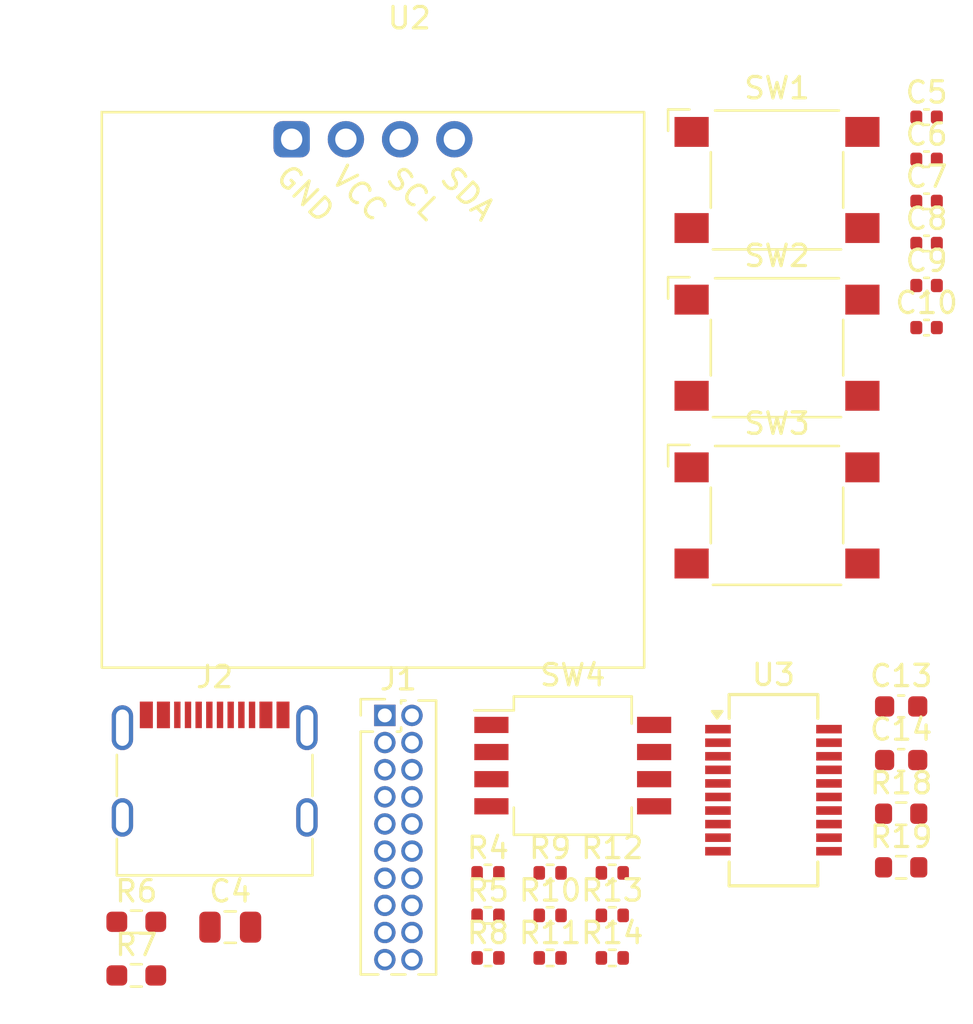
<source format=kicad_pcb>
(kicad_pcb (version 20221018) (generator pcbnew)
  (layers (0 "F.Cu" signal) (31 "B.Cu" signal) (34 "B.Paste" user) (35 "F.Paste" user) (36 "B.SilkS" user "B.Silkscreen") (37 "F.SilkS" user "F.Silkscreen") (38 "B.Mask" user) (39 "F.Mask" user) (44 "Edge.Cuts" user))
  (net 0 "")
  (net 1 "GNDD")
  (net 2 "VBUS")
  (net 3 "+3.3V")
  (net 4 "TactSW0")
  (net 5 "TactSW1")
  (net 6 "TactSW2")
  (net 7 "Net-(U3-3V3OUT)")
  (net 8 "Net-(C13-Pad1)")
  (net 9 "Net-(C14-Pad1)")
  (net 30 "Net-(J2-CC1)")
  (net 32 "Net-(J2-CC2)")
  (net 34 "I2C_SCL")
  (net 35 "I2C_SDA")
  (net 36 "DIPSW0")
  (net 37 "DIPSW1")
  (net 38 "DIPSW2")
  (net 39 "DIPSW3")
  (net 40 "Net-(U3-USBDP)")
  (net 41 "Net-(U3-USBDM)")
  (net 44 "TweWriteRX_TweTX")
  (net 49 "RST_Twe")
  (net 52 "PRG_Twe")
  (net 53 "TweWriteTX_TweRX")
  (footprint "Resistor_SMD:R_0402_1005Metric" (layer "F.Cu") (at 65.825 76.25)
    (fp_text reference "R5" (at 0 -1.17) (layer "F.SilkS"))
    (fp_text value "5.1k")
    (fp_line (start -0.153641 -0.38) (end 0.153641 -0.38) (stroke (width 0.12)) (layer "F.SilkS"))
    (fp_line (start -0.153641 0.38) (end 0.153641 0.38) (stroke (width 0.12)) (layer "F.SilkS"))
    (pad "1" smd roundrect (at -0.51 0) (size 0.54 0.64) (layers "F.Cu" "F.Paste" "F.Mask") (net 1 "GNDD"))
    (pad "2" smd roundrect (at 0.51 0) (size 0.54 0.64) (layers "F.Cu" "F.Paste" "F.Mask") (net 30 "Net-(J2-CC1)"))
  )
  (footprint "Capacitor_SMD:C_0805_2012Metric" (layer "F.Cu") (at 53.755 76.8)
    (fp_text reference "C4" (at 0 -1.68) (layer "F.SilkS"))
    (fp_text value "10uF")
    (fp_line (start -0.261252 -0.735) (end 0.261252 -0.735) (stroke (width 0.12)) (layer "F.SilkS"))
    (fp_line (start -0.261252 0.735) (end 0.261252 0.735) (stroke (width 0.12)) (layer "F.SilkS"))
    (pad "1" smd roundrect (at -0.95 0) (size 1 1.45) (layers "F.Cu" "F.Paste" "F.Mask") (net 1 "GNDD"))
    (pad "2" smd roundrect (at 0.95 0) (size 1 1.45) (layers "F.Cu" "F.Paste" "F.Mask") (net 2 "VBUS"))
  )
  (footprint "Button_Switch_SMD:SW_DIP_SPSTx04_Slide_Copal_CHS-04B_W7.62mm_P1.27mm" (layer "F.Cu") (at 69.795 69.24)
    (fp_text reference "SW4" (at 0 -4.235) (layer "F.SilkS"))
    (fp_text value "SW_DIP_x04")
    (fp_line (start -4.61 -2.585) (end -2.76 -2.585) (stroke (width 0.12)) (layer "F.SilkS"))
    (fp_line (start -2.76 -3.235) (end -2.76 -2.585) (stroke (width 0.12)) (layer "F.SilkS"))
    (fp_line (start -2.76 -3.235) (end 2.76 -3.235) (stroke (width 0.12)) (layer "F.SilkS"))
    (fp_line (start -2.76 1.965) (end -2.76 3.235) (stroke (width 0.12)) (layer "F.SilkS"))
    (fp_line (start -2.76 3.235) (end 2.76 3.235) (stroke (width 0.12)) (layer "F.SilkS"))
    (fp_line (start 2.76 -3.235) (end 2.76 -1.966) (stroke (width 0.12)) (layer "F.SilkS"))
    (fp_line (start 2.76 1.965) (end 2.76 3.235) (stroke (width 0.12)) (layer "F.SilkS"))
    (pad "1" smd rect (at -3.81 -1.905) (size 1.6 0.76) (layers "F.Cu" "F.Paste" "F.Mask") (net 36 "DIPSW0"))
    (pad "2" smd rect (at -3.81 -0.635) (size 1.6 0.76) (layers "F.Cu" "F.Paste" "F.Mask") (net 37 "DIPSW1"))
    (pad "3" smd rect (at -3.81 0.635) (size 1.6 0.76) (layers "F.Cu" "F.Paste" "F.Mask") (net 38 "DIPSW2"))
    (pad "4" smd rect (at -3.81 1.905) (size 1.6 0.76) (layers "F.Cu" "F.Paste" "F.Mask") (net 39 "DIPSW3"))
    (pad "5" smd rect (at 3.81 1.905) (size 1.6 0.76) (layers "F.Cu" "F.Paste" "F.Mask") (net 3 "+3.3V"))
    (pad "6" smd rect (at 3.81 0.635) (size 1.6 0.76) (layers "F.Cu" "F.Paste" "F.Mask") (net 3 "+3.3V"))
    (pad "7" smd rect (at 3.81 -0.635) (size 1.6 0.76) (layers "F.Cu" "F.Paste" "F.Mask") (net 3 "+3.3V"))
    (pad "8" smd rect (at 3.81 -1.905) (size 1.6 0.76) (layers "F.Cu" "F.Paste" "F.Mask") (net 3 "+3.3V"))
  )
  (footprint "Capacitor_SMD:C_0402_1005Metric" (layer "F.Cu") (at 86.365 46.77)
    (fp_text reference "C9" (at 0 -1.16) (layer "F.SilkS"))
    (fp_text value "0.1uF")
    (fp_line (start -0.107836 -0.36) (end 0.107836 -0.36) (stroke (width 0.12)) (layer "F.SilkS"))
    (fp_line (start -0.107836 0.36) (end 0.107836 0.36) (stroke (width 0.12)) (layer "F.SilkS"))
    (pad "1" smd roundrect (at -0.48 0) (size 0.56 0.62) (layers "F.Cu" "F.Paste" "F.Mask") (net 1 "GNDD"))
    (pad "2" smd roundrect (at 0.48 0) (size 0.56 0.62) (layers "F.Cu" "F.Paste" "F.Mask") (net 7 "Net-(U3-3V3OUT)"))
  )
  (footprint "Button_Switch_SMD:SW_SPST_Omron_B3FS-100xP" (layer "F.Cu") (at 79.36 57.53)
    (fp_text reference "SW3" (at 0 -4.3) (layer "F.SilkS"))
    (fp_text value "SW_SPST")
    (fp_line (start -5.1 -3.3) (end -4.1 -3.3) (stroke (width 0.12)) (layer "F.SilkS"))
    (fp_line (start -5.1 -2.3) (end -5.1 -3.3) (stroke (width 0.12)) (layer "F.SilkS"))
    (fp_line (start -3.1 -1.3) (end -3.1 1.3) (stroke (width 0.12)) (layer "F.SilkS"))
    (fp_line (start 2.9 -3.25) (end -2.9 -3.25) (stroke (width 0.12)) (layer "F.SilkS"))
    (fp_line (start 3 3.25) (end -3 3.25) (stroke (width 0.12)) (layer "F.SilkS"))
    (fp_line (start 3.1 -1.3) (end 3.1 1.3) (stroke (width 0.12)) (layer "F.SilkS"))
    (pad "1" smd rect (at -4 -2.25 180) (size 1.6 1.4) (layers "F.Cu" "F.Paste" "F.Mask") (net 6 "TactSW2"))
    (pad "1" smd rect (at 4 -2.25 180) (size 1.6 1.4) (layers "F.Cu" "F.Paste" "F.Mask") (net 6 "TactSW2"))
    (pad "2" smd rect (at -4 2.25 180) (size 1.6 1.4) (layers "F.Cu" "F.Paste" "F.Mask") (net 3 "+3.3V"))
    (pad "2" smd rect (at 4 2.25 180) (size 1.6 1.4) (layers "F.Cu" "F.Paste" "F.Mask") (net 3 "+3.3V"))
  )
  (footprint "Capacitor_SMD:C_0402_1005Metric" (layer "F.Cu") (at 86.365 40.86)
    (fp_text reference "C6" (at 0 -1.16) (layer "F.SilkS"))
    (fp_text value "0.1uF")
    (fp_line (start -0.107836 -0.36) (end 0.107836 -0.36) (stroke (width 0.12)) (layer "F.SilkS"))
    (fp_line (start -0.107836 0.36) (end 0.107836 0.36) (stroke (width 0.12)) (layer "F.SilkS"))
    (pad "1" smd roundrect (at -0.48 0) (size 0.56 0.62) (layers "F.Cu" "F.Paste" "F.Mask") (net 3 "+3.3V"))
    (pad "2" smd roundrect (at 0.48 0) (size 0.56 0.62) (layers "F.Cu" "F.Paste" "F.Mask") (net 5 "TactSW1"))
  )
  (footprint "Resistor_SMD:R_0402_1005Metric" (layer "F.Cu") (at 71.645 78.24)
    (fp_text reference "R14" (at 0 -1.17) (layer "F.SilkS"))
    (fp_text value "10k")
    (fp_line (start -0.153641 -0.38) (end 0.153641 -0.38) (stroke (width 0.12)) (layer "F.SilkS"))
    (fp_line (start -0.153641 0.38) (end 0.153641 0.38) (stroke (width 0.12)) (layer "F.SilkS"))
    (pad "1" smd roundrect (at -0.51 0) (size 0.54 0.64) (layers "F.Cu" "F.Paste" "F.Mask") (net 6 "TactSW2"))
    (pad "2" smd roundrect (at 0.51 0) (size 0.54 0.64) (layers "F.Cu" "F.Paste" "F.Mask") (net 1 "GNDD"))
  )
  (footprint "Button_Switch_SMD:SW_SPST_Omron_B3FS-100xP" (layer "F.Cu") (at 79.36 49.68)
    (fp_text reference "SW2" (at 0 -4.3) (layer "F.SilkS"))
    (fp_text value "SW_SPST")
    (fp_line (start -5.1 -3.3) (end -4.1 -3.3) (stroke (width 0.12)) (layer "F.SilkS"))
    (fp_line (start -5.1 -2.3) (end -5.1 -3.3) (stroke (width 0.12)) (layer "F.SilkS"))
    (fp_line (start -3.1 -1.3) (end -3.1 1.3) (stroke (width 0.12)) (layer "F.SilkS"))
    (fp_line (start 2.9 -3.25) (end -2.9 -3.25) (stroke (width 0.12)) (layer "F.SilkS"))
    (fp_line (start 3 3.25) (end -3 3.25) (stroke (width 0.12)) (layer "F.SilkS"))
    (fp_line (start 3.1 -1.3) (end 3.1 1.3) (stroke (width 0.12)) (layer "F.SilkS"))
    (pad "1" smd rect (at -4 -2.25 180) (size 1.6 1.4) (layers "F.Cu" "F.Paste" "F.Mask") (net 5 "TactSW1"))
    (pad "1" smd rect (at 4 -2.25 180) (size 1.6 1.4) (layers "F.Cu" "F.Paste" "F.Mask") (net 5 "TactSW1"))
    (pad "2" smd rect (at -4 2.25 180) (size 1.6 1.4) (layers "F.Cu" "F.Paste" "F.Mask") (net 3 "+3.3V"))
    (pad "2" smd rect (at 4 2.25 180) (size 1.6 1.4) (layers "F.Cu" "F.Paste" "F.Mask") (net 3 "+3.3V"))
  )
  (footprint "Capacitor_SMD:C_0402_1005Metric" (layer "F.Cu") (at 86.365 42.83)
    (fp_text reference "C7" (at 0 -1.16) (layer "F.SilkS"))
    (fp_text value "0.1uF")
    (fp_line (start -0.107836 -0.36) (end 0.107836 -0.36) (stroke (width 0.12)) (layer "F.SilkS"))
    (fp_line (start -0.107836 0.36) (end 0.107836 0.36) (stroke (width 0.12)) (layer "F.SilkS"))
    (pad "1" smd roundrect (at -0.48 0) (size 0.56 0.62) (layers "F.Cu" "F.Paste" "F.Mask") (net 3 "+3.3V"))
    (pad "2" smd roundrect (at 0.48 0) (size 0.56 0.62) (layers "F.Cu" "F.Paste" "F.Mask") (net 1 "GNDD"))
  )
  (footprint "Button_Switch_SMD:SW_SPST_Omron_B3FS-100xP" (layer "F.Cu") (at 79.36 41.83)
    (fp_text reference "SW1" (at 0 -4.3) (layer "F.SilkS"))
    (fp_text value "SW_SPST")
    (fp_line (start -5.1 -3.3) (end -4.1 -3.3) (stroke (width 0.12)) (layer "F.SilkS"))
    (fp_line (start -5.1 -2.3) (end -5.1 -3.3) (stroke (width 0.12)) (layer "F.SilkS"))
    (fp_line (start -3.1 -1.3) (end -3.1 1.3) (stroke (width 0.12)) (layer "F.SilkS"))
    (fp_line (start 2.9 -3.25) (end -2.9 -3.25) (stroke (width 0.12)) (layer "F.SilkS"))
    (fp_line (start 3 3.25) (end -3 3.25) (stroke (width 0.12)) (layer "F.SilkS"))
    (fp_line (start 3.1 -1.3) (end 3.1 1.3) (stroke (width 0.12)) (layer "F.SilkS"))
    (pad "1" smd rect (at -4 -2.25 180) (size 1.6 1.4) (layers "F.Cu" "F.Paste" "F.Mask") (net 4 "TactSW0"))
    (pad "1" smd rect (at 4 -2.25 180) (size 1.6 1.4) (layers "F.Cu" "F.Paste" "F.Mask") (net 4 "TactSW0"))
    (pad "2" smd rect (at -4 2.25 180) (size 1.6 1.4) (layers "F.Cu" "F.Paste" "F.Mask") (net 3 "+3.3V"))
    (pad "2" smd rect (at 4 2.25 180) (size 1.6 1.4) (layers "F.Cu" "F.Paste" "F.Mask") (net 3 "+3.3V"))
  )
  (footprint "Capacitor_SMD:C_0603_1608Metric" (layer "F.Cu") (at 85.175 68.98)
    (fp_text reference "C14" (at 0 -1.43) (layer "F.SilkS"))
    (fp_text value "47pF")
    (fp_line (start -0.14058 -0.51) (end 0.14058 -0.51) (stroke (width 0.12)) (layer "F.SilkS"))
    (fp_line (start -0.14058 0.51) (end 0.14058 0.51) (stroke (width 0.12)) (layer "F.SilkS"))
    (pad "1" smd roundrect (at -0.775 0) (size 0.9 0.95) (layers "F.Cu" "F.Paste" "F.Mask") (net 9 "Net-(C14-Pad1)"))
    (pad "2" smd roundrect (at 0.775 0) (size 0.9 0.95) (layers "F.Cu" "F.Paste" "F.Mask") (net 1 "GNDD"))
  )
  (footprint "Package_SO:SSOP-20_3.9x8.7mm_P0.635mm" (layer "F.Cu") (at 79.195 70.39)
    (fp_text reference "U3" (at 0 -5.4) (layer "F.SilkS"))
    (fp_text value "FT231XS")
    (fp_line (start -2.075 -4.475) (end 2.075 -4.475) (stroke (width 0.15)) (layer "F.SilkS"))
    (fp_line (start -2.075 -3.365) (end -2.075 -4.475) (stroke (width 0.15)) (layer "F.SilkS"))
    (fp_line (start -2.075 4.475) (end -2.075 3.365) (stroke (width 0.15)) (layer "F.SilkS"))
    (fp_line (start -2.075 4.475) (end 2.075 4.475) (stroke (width 0.15)) (layer "F.SilkS"))
    (fp_line (start 2.075 -4.475) (end 2.075 -3.365) (stroke (width 0.15)) (layer "F.SilkS"))
    (fp_line (start 2.075 4.475) (end 2.075 3.365) (stroke (width 0.15)) (layer "F.SilkS"))
    (fp_poly (pts (xy -2.6375 -3.365) (xy -2.8775 -3.695) (xy -2.3975 -3.695) (xy -2.6375 -3.365)) (stroke (width 0.12)) (fill solid) (layer "F.SilkS"))
    (pad "1" smd rect (at -2.6 -2.8575) (size 1.2 0.4) (layers "F.Cu" "F.Paste" "F.Mask"))
    (pad "2" smd rect (at -2.6 -2.2225) (size 1.2 0.4) (layers "F.Cu" "F.Paste" "F.Mask"))
    (pad "3" smd rect (at -2.6 -1.5875) (size 1.2 0.4) (layers "F.Cu" "F.Paste" "F.Mask") (net 7 "Net-(U3-3V3OUT)"))
    (pad "4" smd rect (at -2.6 -0.9525) (size 1.2 0.4) (layers "F.Cu" "F.Paste" "F.Mask") (net 44 "TweWriteRX_TweTX"))
    (pad "5" smd rect (at -2.6 -0.3175) (size 1.2 0.4) (layers "F.Cu" "F.Paste" "F.Mask"))
    (pad "6" smd rect (at -2.6 0.3175) (size 1.2 0.4) (layers "F.Cu" "F.Paste" "F.Mask") (net 1 "GNDD"))
    (pad "7" smd rect (at -2.6 0.9525) (size 1.2 0.4) (layers "F.Cu" "F.Paste" "F.Mask"))
    (pad "8" smd rect (at -2.6 1.5875) (size 1.2 0.4) (layers "F.Cu" "F.Paste" "F.Mask"))
    (pad "9" smd rect (at -2.6 2.2225) (size 1.2 0.4) (layers "F.Cu" "F.Paste" "F.Mask"))
    (pad "10" smd rect (at -2.6 2.8575) (size 1.2 0.4) (layers "F.Cu" "F.Paste" "F.Mask") (net 49 "RST_Twe"))
    (pad "11" smd rect (at 2.6 2.8575) (size 1.2 0.4) (layers "F.Cu" "F.Paste" "F.Mask") (net 40 "Net-(U3-USBDP)"))
    (pad "12" smd rect (at 2.6 2.2225) (size 1.2 0.4) (layers "F.Cu" "F.Paste" "F.Mask") (net 41 "Net-(U3-USBDM)"))
    (pad "13" smd rect (at 2.6 1.5875) (size 1.2 0.4) (layers "F.Cu" "F.Paste" "F.Mask") (net 7 "Net-(U3-3V3OUT)"))
    (pad "14" smd rect (at 2.6 0.9525) (size 1.2 0.4) (layers "F.Cu" "F.Paste" "F.Mask") (net 7 "Net-(U3-3V3OUT)"))
    (pad "15" smd rect (at 2.6 0.3175) (size 1.2 0.4) (layers "F.Cu" "F.Paste" "F.Mask") (net 2 "VBUS"))
    (pad "16" smd rect (at 2.6 -0.3175) (size 1.2 0.4) (layers "F.Cu" "F.Paste" "F.Mask") (net 1 "GNDD"))
    (pad "17" smd rect (at 2.6 -0.9525) (size 1.2 0.4) (layers "F.Cu" "F.Paste" "F.Mask"))
    (pad "18" smd rect (at 2.6 -1.5875) (size 1.2 0.4) (layers "F.Cu" "F.Paste" "F.Mask"))
    (pad "19" smd rect (at 2.6 -2.2225) (size 1.2 0.4) (layers "F.Cu" "F.Paste" "F.Mask") (net 52 "PRG_Twe"))
    (pad "20" smd rect (at 2.6 -2.8575) (size 1.2 0.4) (layers "F.Cu" "F.Paste" "F.Mask") (net 53 "TweWriteTX_TweRX"))
  )
  (footprint "Resistor_SMD:R_0402_1005Metric" (layer "F.Cu") (at 68.735 74.26)
    (fp_text reference "R9" (at 0 -1.17) (layer "F.SilkS"))
    (fp_text value "10k")
    (fp_line (start -0.153641 -0.38) (end 0.153641 -0.38) (stroke (width 0.12)) (layer "F.SilkS"))
    (fp_line (start -0.153641 0.38) (end 0.153641 0.38) (stroke (width 0.12)) (layer "F.SilkS"))
    (pad "1" smd roundrect (at -0.51 0) (size 0.54 0.64) (layers "F.Cu" "F.Paste" "F.Mask") (net 1 "GNDD"))
    (pad "2" smd roundrect (at 0.51 0) (size 0.54 0.64) (layers "F.Cu" "F.Paste" "F.Mask") (net 37 "DIPSW1"))
  )
  (footprint "Resistor_SMD:R_0402_1005Metric" (layer "F.Cu") (at 68.735 76.25)
    (fp_text reference "R10" (at 0 -1.17) (layer "F.SilkS"))
    (fp_text value "10k")
    (fp_line (start -0.153641 -0.38) (end 0.153641 -0.38) (stroke (width 0.12)) (layer "F.SilkS"))
    (fp_line (start -0.153641 0.38) (end 0.153641 0.38) (stroke (width 0.12)) (layer "F.SilkS"))
    (pad "1" smd roundrect (at -0.51 0) (size 0.54 0.64) (layers "F.Cu" "F.Paste" "F.Mask") (net 1 "GNDD"))
    (pad "2" smd roundrect (at 0.51 0) (size 0.54 0.64) (layers "F.Cu" "F.Paste" "F.Mask") (net 38 "DIPSW2"))
  )
  (footprint "Resistor_SMD:R_0402_1005Metric" (layer "F.Cu") (at 65.825 78.24)
    (fp_text reference "R8" (at 0 -1.17) (layer "F.SilkS"))
    (fp_text value "10k")
    (fp_line (start -0.153641 -0.38) (end 0.153641 -0.38) (stroke (width 0.12)) (layer "F.SilkS"))
    (fp_line (start -0.153641 0.38) (end 0.153641 0.38) (stroke (width 0.12)) (layer "F.SilkS"))
    (pad "1" smd roundrect (at -0.51 0) (size 0.54 0.64) (layers "F.Cu" "F.Paste" "F.Mask") (net 1 "GNDD"))
    (pad "2" smd roundrect (at 0.51 0) (size 0.54 0.64) (layers "F.Cu" "F.Paste" "F.Mask") (net 36 "DIPSW0"))
  )
  (footprint "Resistor_SMD:R_0402_1005Metric" (layer "F.Cu") (at 71.645 74.26)
    (fp_text reference "R12" (at 0 -1.17) (layer "F.SilkS"))
    (fp_text value "10k")
    (fp_line (start -0.153641 -0.38) (end 0.153641 -0.38) (stroke (width 0.12)) (layer "F.SilkS"))
    (fp_line (start -0.153641 0.38) (end 0.153641 0.38) (stroke (width 0.12)) (layer "F.SilkS"))
    (pad "1" smd roundrect (at -0.51 0) (size 0.54 0.64) (layers "F.Cu" "F.Paste" "F.Mask") (net 4 "TactSW0"))
    (pad "2" smd roundrect (at 0.51 0) (size 0.54 0.64) (layers "F.Cu" "F.Paste" "F.Mask") (net 1 "GNDD"))
  )
  (footprint "Resistor_SMD:R_0402_1005Metric" (layer "F.Cu") (at 65.825 74.26)
    (fp_text reference "R4" (at 0 -1.17) (layer "F.SilkS"))
    (fp_text value "5.1k")
    (fp_line (start -0.153641 -0.38) (end 0.153641 -0.38) (stroke (width 0.12)) (layer "F.SilkS"))
    (fp_line (start -0.153641 0.38) (end 0.153641 0.38) (stroke (width 0.12)) (layer "F.SilkS"))
    (pad "1" smd roundrect (at -0.51 0) (size 0.54 0.64) (layers "F.Cu" "F.Paste" "F.Mask") (net 1 "GNDD"))
    (pad "2" smd roundrect (at 0.51 0) (size 0.54 0.64) (layers "F.Cu" "F.Paste" "F.Mask") (net 32 "Net-(J2-CC2)"))
  )
  (footprint "Resistor_SMD:R_0402_1005Metric" (layer "F.Cu") (at 71.645 76.25)
    (fp_text reference "R13" (at 0 -1.17) (layer "F.SilkS"))
    (fp_text value "10k")
    (fp_line (start -0.153641 -0.38) (end 0.153641 -0.38) (stroke (width 0.12)) (layer "F.SilkS"))
    (fp_line (start -0.153641 0.38) (end 0.153641 0.38) (stroke (width 0.12)) (layer "F.SilkS"))
    (pad "1" smd roundrect (at -0.51 0) (size 0.54 0.64) (layers "F.Cu" "F.Paste" "F.Mask") (net 5 "TactSW1"))
    (pad "2" smd roundrect (at 0.51 0) (size 0.54 0.64) (layers "F.Cu" "F.Paste" "F.Mask") (net 1 "GNDD"))
  )
  (footprint "Capacitor_SMD:C_0402_1005Metric" (layer "F.Cu") (at 86.365 38.89)
    (fp_text reference "C5" (at 0 -1.16) (layer "F.SilkS"))
    (fp_text value "0.1uF")
    (fp_line (start -0.107836 -0.36) (end 0.107836 -0.36) (stroke (width 0.12)) (layer "F.SilkS"))
    (fp_line (start -0.107836 0.36) (end 0.107836 0.36) (stroke (width 0.12)) (layer "F.SilkS"))
    (pad "1" smd roundrect (at -0.48 0) (size 0.56 0.62) (layers "F.Cu" "F.Paste" "F.Mask") (net 3 "+3.3V"))
    (pad "2" smd roundrect (at 0.48 0) (size 0.56 0.62) (layers "F.Cu" "F.Paste" "F.Mask") (net 4 "TactSW0"))
  )
  (footprint "TomoshibiLibrary:Display_Aktk_128x68OLED_White" (layer "F.Cu") (at 60.44 38.655)
    (fp_text reference "U2" (at 1.7 -4.4 unlocked) (layer "F.SilkS"))
    (fp_text value "Display_Akzk_128x68OLED")
    (fp_text user "VCC" (at -0.635 3.81 -45 unlocked) (layer "F.SilkS"))
    (fp_text user "SCL" (at 1.905 3.81 -45 unlocked) (layer "F.SilkS"))
    (fp_text user "SDA" (at 4.445 3.81 -45 unlocked) (layer "F.SilkS"))
    (fp_text user "GND" (at -3.175 3.81 315 unlocked) (layer "F.SilkS"))
    (fp_rect (start -12.7 0) (end 12.7 26) (stroke (width 0.12)) (fill none) (layer "F.SilkS"))
    (pad "1" thru_hole roundrect (at -3.81 1.27) (size 1.7 1.7) (drill 1) (layers "*.Cu" "*.Mask") (net 1 "GNDD"))
    (pad "2" thru_hole circle (at -1.27 1.27) (size 1.7 1.7) (drill 1) (layers "*.Cu" "*.Mask") (net 3 "+3.3V"))
    (pad "3" thru_hole circle (at 1.27 1.27) (size 1.7 1.7) (drill 1) (layers "*.Cu" "*.Mask") (net 34 "I2C_SCL"))
    (pad "4" thru_hole circle (at 3.81 1.27) (size 1.7 1.7) (drill 1) (layers "*.Cu" "*.Mask") (net 35 "I2C_SDA"))
  )
  (footprint "Capacitor_SMD:C_0402_1005Metric" (layer "F.Cu") (at 86.365 44.8)
    (fp_text reference "C8" (at 0 -1.16) (layer "F.SilkS"))
    (fp_text value "0.1uF")
    (fp_line (start -0.107836 -0.36) (end 0.107836 -0.36) (stroke (width 0.12)) (layer "F.SilkS"))
    (fp_line (start -0.107836 0.36) (end 0.107836 0.36) (stroke (width 0.12)) (layer "F.SilkS"))
    (pad "1" smd roundrect (at -0.48 0) (size 0.56 0.62) (layers "F.Cu" "F.Paste" "F.Mask") (net 3 "+3.3V"))
    (pad "2" smd roundrect (at 0.48 0) (size 0.56 0.62) (layers "F.Cu" "F.Paste" "F.Mask") (net 6 "TactSW2"))
  )
  (footprint "Resistor_SMD:R_0603_1608Metric_Pad0.98x0.95mm_HandSolder" (layer "F.Cu") (at 49.355 76.55)
    (fp_text reference "R6" (at 0 -1.43) (layer "F.SilkS"))
    (fp_text value "PullUP")
    (fp_line (start -0.254724 -0.5225) (end 0.254724 -0.5225) (stroke (width 0.12)) (layer "F.SilkS"))
    (fp_line (start -0.254724 0.5225) (end 0.254724 0.5225) (stroke (width 0.12)) (layer "F.SilkS"))
    (pad "1" smd roundrect (at -0.9125 0) (size 0.975 0.95) (layers "F.Cu" "F.Paste" "F.Mask") (net 3 "+3.3V"))
    (pad "2" smd roundrect (at 0.9125 0) (size 0.975 0.95) (layers "F.Cu" "F.Paste" "F.Mask") (net 34 "I2C_SCL"))
  )
  (footprint "Capacitor_SMD:C_0603_1608Metric" (layer "F.Cu") (at 85.175 66.47)
    (fp_text reference "C13" (at 0 -1.43) (layer "F.SilkS"))
    (fp_text value "47pF")
    (fp_line (start -0.14058 -0.51) (end 0.14058 -0.51) (stroke (width 0.12)) (layer "F.SilkS"))
    (fp_line (start -0.14058 0.51) (end 0.14058 0.51) (stroke (width 0.12)) (layer "F.SilkS"))
    (pad "1" smd roundrect (at -0.775 0) (size 0.9 0.95) (layers "F.Cu" "F.Paste" "F.Mask") (net 8 "Net-(C13-Pad1)"))
    (pad "2" smd roundrect (at 0.775 0) (size 0.9 0.95) (layers "F.Cu" "F.Paste" "F.Mask") (net 1 "GNDD"))
  )
  (footprint "Resistor_SMD:R_0603_1608Metric_Pad0.98x0.95mm_HandSolder" (layer "F.Cu") (at 49.355 79.06)
    (fp_text reference "R7" (at 0 -1.43) (layer "F.SilkS"))
    (fp_text value "PullUP")
    (fp_line (start -0.254724 -0.5225) (end 0.254724 -0.5225) (stroke (width 0.12)) (layer "F.SilkS"))
    (fp_line (start -0.254724 0.5225) (end 0.254724 0.5225) (stroke (width 0.12)) (layer "F.SilkS"))
    (pad "1" smd roundrect (at -0.9125 0) (size 0.975 0.95) (layers "F.Cu" "F.Paste" "F.Mask") (net 3 "+3.3V"))
    (pad "2" smd roundrect (at 0.9125 0) (size 0.975 0.95) (layers "F.Cu" "F.Paste" "F.Mask") (net 35 "I2C_SDA"))
  )
  (footprint "Capacitor_SMD:C_0402_1005Metric" (layer "F.Cu") (at 86.365 48.74)
    (fp_text reference "C10" (at 0 -1.16) (layer "F.SilkS"))
    (fp_text value "0.1uF")
    (fp_line (start -0.107836 -0.36) (end 0.107836 -0.36) (stroke (width 0.12)) (layer "F.SilkS"))
    (fp_line (start -0.107836 0.36) (end 0.107836 0.36) (stroke (width 0.12)) (layer "F.SilkS"))
    (pad "1" smd roundrect (at -0.48 0) (size 0.56 0.62) (layers "F.Cu" "F.Paste" "F.Mask") (net 2 "VBUS"))
    (pad "2" smd roundrect (at 0.48 0) (size 0.56 0.62) (layers "F.Cu" "F.Paste" "F.Mask") (net 1 "GNDD"))
  )
  (footprint "Resistor_SMD:R_0402_1005Metric" (layer "F.Cu") (at 68.735 78.24)
    (fp_text reference "R11" (at 0 -1.17) (layer "F.SilkS"))
    (fp_text value "10k")
    (fp_line (start -0.153641 -0.38) (end 0.153641 -0.38) (stroke (width 0.12)) (layer "F.SilkS"))
    (fp_line (start -0.153641 0.38) (end 0.153641 0.38) (stroke (width 0.12)) (layer "F.SilkS"))
    (pad "1" smd roundrect (at -0.51 0) (size 0.54 0.64) (layers "F.Cu" "F.Paste" "F.Mask") (net 1 "GNDD"))
    (pad "2" smd roundrect (at 0.51 0) (size 0.54 0.64) (layers "F.Cu" "F.Paste" "F.Mask") (net 39 "DIPSW3"))
  )
  (footprint "Connector_USB:USB_C_Receptacle_G-Switch_GT-USB-7010ASV" (layer "F.Cu") (at 53.025 70.59)
    (fp_text reference "J2" (at 0 -5.5) (layer "F.SilkS"))
    (fp_text value "USB_C_Receptacle_USB2.0")
    (fp_line (start -4.58 -1.85) (end -4.58 0.07) (stroke (width 0.12)) (layer "F.SilkS"))
    (fp_line (start -4.58 3.785) (end -4.58 2.08) (stroke (width 0.12)) (layer "F.SilkS"))
    (fp_line (start 4.58 0.07) (end 4.58 -1.85) (stroke (width 0.12)) (layer "F.SilkS"))
    (fp_line (start 4.58 2.08) (end 4.58 3.785) (stroke (width 0.12)) (layer "F.SilkS"))
    (fp_line (start 4.58 3.785) (end -4.58 3.785) (stroke (width 0.12)) (layer "F.SilkS"))
    (pad "" np_thru_hole circle (at -2.89 -2.605) (size 0.65 0.65) (drill 0.65) (layers "*.Cu" "*.Mask"))
    (pad "" np_thru_hole circle (at 2.89 -2.605) (size 0.65 0.65) (drill 0.65) (layers "*.Cu" "*.Mask"))
    (pad "A1" smd rect (at -3.2 -3.725) (size 0.6 1.24) (layers "F.Cu" "F.Paste" "F.Mask") (net 1 "GNDD"))
    (pad "A4" smd rect (at -2.4 -3.725) (size 0.6 1.24) (layers "F.Cu" "F.Paste" "F.Mask") (net 2 "VBUS"))
    (pad "A5" smd rect (at -1.25 -3.725) (size 0.3 1.24) (layers "F.Cu" "F.Paste" "F.Mask") (net 30 "Net-(J2-CC1)"))
    (pad "A6" smd rect (at -0.25 -3.725) (size 0.3 1.24) (layers "F.Cu" "F.Paste" "F.Mask") (net 9 "Net-(C14-Pad1)"))
    (pad "A7" smd rect (at 0.25 -3.725) (size 0.3 1.24) (layers "F.Cu" "F.Paste" "F.Mask") (net 8 "Net-(C13-Pad1)"))
    (pad "A8" smd rect (at 1.25 -3.725) (size 0.3 1.24) (layers "F.Cu" "F.Paste" "F.Mask"))
    (pad "A9" smd rect (at 2.4 -3.725) (size 0.6 1.24) (layers "F.Cu" "F.Paste" "F.Mask") (net 2 "VBUS"))
    (pad "A12" smd rect (at 3.2 -3.725) (size 0.6 1.24) (layers "F.Cu" "F.Paste" "F.Mask") (net 1 "GNDD"))
    (pad "B1" smd rect (at 3.2 -3.725) (size 0.6 1.24) (layers "F.Cu" "F.Paste" "F.Mask") (net 1 "GNDD"))
    (pad "B4" smd rect (at 2.4 -3.725) (size 0.6 1.24) (layers "F.Cu" "F.Paste" "F.Mask") (net 2 "VBUS"))
    (pad "B5" smd rect (at 1.75 -3.725) (size 0.3 1.24) (layers "F.Cu" "F.Paste" "F.Mask") (net 32 "Net-(J2-CC2)"))
    (pad "B6" smd rect (at 0.75 -3.725) (size 0.3 1.24) (layers "F.Cu" "F.Paste" "F.Mask") (net 9 "Net-(C14-Pad1)"))
    (pad "B7" smd rect (at -0.75 -3.725) (size 0.3 1.24) (layers "F.Cu" "F.Paste" "F.Mask") (net 8 "Net-(C13-Pad1)"))
    (pad "B8" smd rect (at -1.75 -3.725) (size 0.3 1.24) (layers "F.Cu" "F.Paste" "F.Mask"))
    (pad "B9" smd rect (at -2.4 -3.725) (size 0.6 1.24) (layers "F.Cu" "F.Paste" "F.Mask") (net 2 "VBUS"))
    (pad "B12" smd rect (at -3.2 -3.725) (size 0.6 1.24) (layers "F.Cu" "F.Paste" "F.Mask") (net 1 "GNDD"))
    (pad "S1" thru_hole oval (at -4.32 -3.125) (size 1 2.1) (drill oval 0.6 1.7) (layers "*.Cu" "*.Mask") (net 1 "GNDD"))
    (pad "S1" thru_hole oval (at -4.32 1.075) (size 1 1.8) (drill oval 0.6 1.4) (layers "*.Cu" "*.Mask") (net 1 "GNDD"))
    (pad "S1" thru_hole oval (at 4.32 -3.125) (size 1 2.1) (drill oval 0.6 1.7) (layers "*.Cu" "*.Mask") (net 1 "GNDD"))
    (pad "S1" thru_hole oval (at 4.32 1.075) (size 1 1.8) (drill oval 0.6 1.4) (layers "*.Cu" "*.Mask") (net 1 "GNDD"))
  )
  (footprint "Connector_PinHeader_1.27mm:PinHeader_2x10_P1.27mm_Vertical" (layer "F.Cu") (at 60.995 66.89)
    (fp_text reference "J1" (at 0.635 -1.695) (layer "F.SilkS"))
    (fp_text value "Conn_02x10_Odd_Even")
    (fp_line (start -1.13 -0.76) (end 0 -0.76) (stroke (width 0.12)) (layer "F.SilkS"))
    (fp_line (start -1.13 0) (end -1.13 -0.76) (stroke (width 0.12)) (layer "F.SilkS"))
    (fp_line (start -1.13 0.76) (end -1.13 12.125) (stroke (width 0.12)) (layer "F.SilkS"))
    (fp_line (start -1.13 0.76) (end -0.563471 0.76) (stroke (width 0.12)) (layer "F.SilkS"))
    (fp_line (start -1.13 12.125) (end -0.30753 12.125) (stroke (width 0.12)) (layer "F.SilkS"))
    (fp_line (start 0.30753 12.125) (end 0.96247 12.125) (stroke (width 0.12)) (layer "F.SilkS"))
    (fp_line (start 0.563471 0.76) (end 0.706529 0.76) (stroke (width 0.12)) (layer "F.SilkS"))
    (fp_line (start 0.76 -0.695) (end 0.96247 -0.695) (stroke (width 0.12)) (layer "F.SilkS"))
    (fp_line (start 0.76 -0.563471) (end 0.76 -0.695) (stroke (width 0.12)) (layer "F.SilkS"))
    (fp_line (start 0.76 0.706529) (end 0.76 0.563471) (stroke (width 0.12)) (layer "F.SilkS"))
    (fp_line (start 1.57753 -0.695) (end 2.4 -0.695) (stroke (width 0.12)) (layer "F.SilkS"))
    (fp_line (start 1.57753 12.125) (end 2.4 12.125) (stroke (width 0.12)) (layer "F.SilkS"))
    (fp_line (start 2.4 -0.695) (end 2.4 12.125) (stroke (width 0.12)) (layer "F.SilkS"))
    (pad "1" thru_hole rect (at 0 0) (size 1 1) (drill 0.65) (layers "*.Cu" "*.Mask"))
    (pad "2" thru_hole oval (at 1.27 0) (size 1 1) (drill 0.65) (layers "*.Cu" "*.Mask"))
    (pad "3" thru_hole oval (at 0 1.27) (size 1 1) (drill 0.65) (layers "*.Cu" "*.Mask"))
    (pad "4" thru_hole oval (at 1.27 1.27) (size 1 1) (drill 0.65) (layers "*.Cu" "*.Mask"))
    (pad "5" thru_hole oval (at 0 2.54) (size 1 1) (drill 0.65) (layers "*.Cu" "*.Mask"))
    (pad "6" thru_hole oval (at 1.27 2.54) (size 1 1) (drill 0.65) (layers "*.Cu" "*.Mask"))
    (pad "7" thru_hole oval (at 0 3.81) (size 1 1) (drill 0.65) (layers "*.Cu" "*.Mask"))
    (pad "8" thru_hole oval (at 1.27 3.81) (size 1 1) (drill 0.65) (layers "*.Cu" "*.Mask"))
    (pad "9" thru_hole oval (at 0 5.08) (size 1 1) (drill 0.65) (layers "*.Cu" "*.Mask"))
    (pad "10" thru_hole oval (at 1.27 5.08) (size 1 1) (drill 0.65) (layers "*.Cu" "*.Mask"))
    (pad "11" thru_hole oval (at 0 6.35) (size 1 1) (drill 0.65) (layers "*.Cu" "*.Mask"))
    (pad "12" thru_hole oval (at 1.27 6.35) (size 1 1) (drill 0.65) (layers "*.Cu" "*.Mask"))
    (pad "13" thru_hole oval (at 0 7.62) (size 1 1) (drill 0.65) (layers "*.Cu" "*.Mask"))
    (pad "14" thru_hole oval (at 1.27 7.62) (size 1 1) (drill 0.65) (layers "*.Cu" "*.Mask"))
    (pad "15" thru_hole oval (at 0 8.89) (size 1 1) (drill 0.65) (layers "*.Cu" "*.Mask"))
    (pad "16" thru_hole oval (at 1.27 8.89) (size 1 1) (drill 0.65) (layers "*.Cu" "*.Mask"))
    (pad "17" thru_hole oval (at 0 10.16) (size 1 1) (drill 0.65) (layers "*.Cu" "*.Mask"))
    (pad "18" thru_hole oval (at 1.27 10.16) (size 1 1) (drill 0.65) (layers "*.Cu" "*.Mask"))
    (pad "19" thru_hole oval (at 0 11.43) (size 1 1) (drill 0.65) (layers "*.Cu" "*.Mask"))
    (pad "20" thru_hole oval (at 1.27 11.43) (size 1 1) (drill 0.65) (layers "*.Cu" "*.Mask"))
  )
  (footprint "Resistor_SMD:R_0603_1608Metric" (layer "F.Cu") (at 85.175 71.49)
    (fp_text reference "R18" (at 0 -1.43) (layer "F.SilkS"))
    (fp_text value "33")
    (fp_line (start -0.237258 -0.5225) (end 0.237258 -0.5225) (stroke (width 0.12)) (layer "F.SilkS"))
    (fp_line (start -0.237258 0.5225) (end 0.237258 0.5225) (stroke (width 0.12)) (layer "F.SilkS"))
    (pad "1" smd roundrect (at -0.825 0) (size 0.8 0.95) (layers "F.Cu" "F.Paste" "F.Mask") (net 40 "Net-(U3-USBDP)"))
    (pad "2" smd roundrect (at 0.825 0) (size 0.8 0.95) (layers "F.Cu" "F.Paste" "F.Mask") (net 9 "Net-(C14-Pad1)"))
  )
  (footprint "Resistor_SMD:R_0603_1608Metric" (layer "F.Cu") (at 85.175 74)
    (fp_text reference "R19" (at 0 -1.43) (layer "F.SilkS"))
    (fp_text value "33")
    (fp_line (start -0.237258 -0.5225) (end 0.237258 -0.5225) (stroke (width 0.12)) (layer "F.SilkS"))
    (fp_line (start -0.237258 0.5225) (end 0.237258 0.5225) (stroke (width 0.12)) (layer "F.SilkS"))
    (pad "1" smd roundrect (at -0.825 0) (size 0.8 0.95) (layers "F.Cu" "F.Paste" "F.Mask") (net 41 "Net-(U3-USBDM)"))
    (pad "2" smd roundrect (at 0.825 0) (size 0.8 0.95) (layers "F.Cu" "F.Paste" "F.Mask") (net 8 "Net-(C13-Pad1)"))
  )
)
</source>
